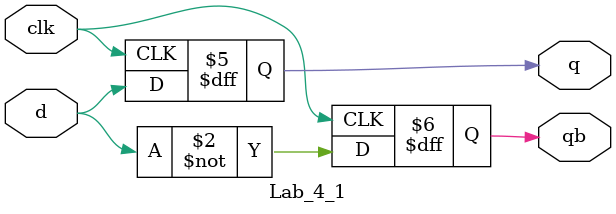
<source format=v>
`timescale 1ns / 1ps


module Lab_4_1(
    input clk,
    input d,
    output reg q=0,
    output reg qb=1
    );
    
    always@(posedge clk)
        begin 
            q<=d;
            qb<=~d;
        end
endmodule

</source>
